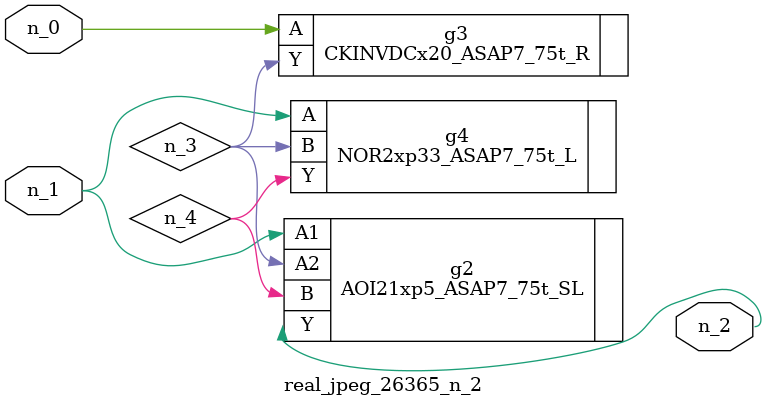
<source format=v>
module real_jpeg_26365_n_2 (n_1, n_0, n_2);

input n_1;
input n_0;

output n_2;

wire n_4;
wire n_3;

CKINVDCx20_ASAP7_75t_R g3 ( 
.A(n_0),
.Y(n_3)
);

AOI21xp5_ASAP7_75t_SL g2 ( 
.A1(n_1),
.A2(n_3),
.B(n_4),
.Y(n_2)
);

NOR2xp33_ASAP7_75t_L g4 ( 
.A(n_1),
.B(n_3),
.Y(n_4)
);


endmodule
</source>
